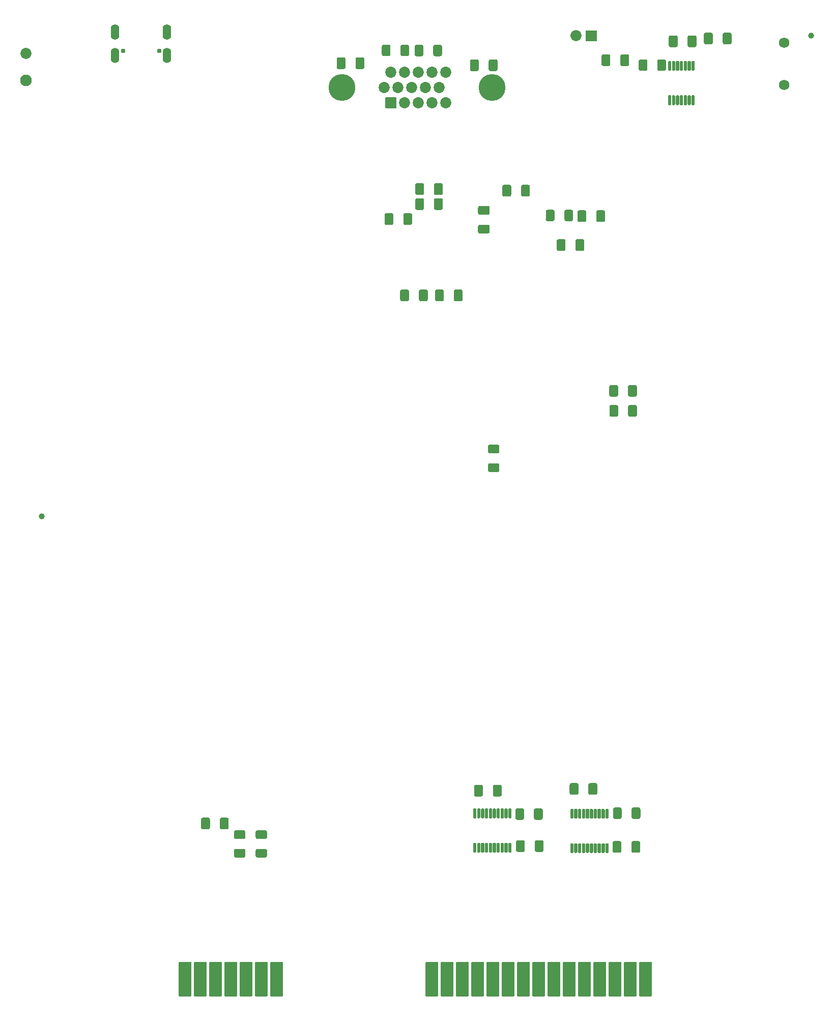
<source format=gbs>
%TF.GenerationSoftware,KiCad,Pcbnew,5.1.9+dfsg1-1+deb11u1*%
%TF.CreationDate,2025-09-17T16:16:59+02:00*%
%TF.ProjectId,VERA-MODULE-RBL,56455241-2d4d-44f4-9455-4c452d52424c,1.0*%
%TF.SameCoordinates,Original*%
%TF.FileFunction,Soldermask,Bot*%
%TF.FilePolarity,Negative*%
%FSLAX46Y46*%
G04 Gerber Fmt 4.6, Leading zero omitted, Abs format (unit mm)*
G04 Created by KiCad (PCBNEW 5.1.9+dfsg1-1+deb11u1) date 2025-09-17 16:16:59*
%MOMM*%
%LPD*%
G01*
G04 APERTURE LIST*
%ADD10O,1.404000X2.604000*%
%ADD11O,1.362000X2.520000*%
%ADD12C,0.780000*%
%ADD13C,0.750000*%
%ADD14O,1.850000X1.850000*%
%ADD15C,1.000000*%
%ADD16C,1.950000*%
%ADD17C,1.850000*%
%ADD18C,4.470000*%
%ADD19C,1.854000*%
%ADD20C,1.750000*%
G04 APERTURE END LIST*
%TO.C,U8*%
G36*
G01*
X252487500Y-55800000D02*
X252212500Y-55800000D01*
G75*
G02*
X252075000Y-55662500I0J137500D01*
G01*
X252075000Y-54312500D01*
G75*
G02*
X252212500Y-54175000I137500J0D01*
G01*
X252487500Y-54175000D01*
G75*
G02*
X252625000Y-54312500I0J-137500D01*
G01*
X252625000Y-55662500D01*
G75*
G02*
X252487500Y-55800000I-137500J0D01*
G01*
G37*
G36*
G01*
X251837500Y-55800000D02*
X251562500Y-55800000D01*
G75*
G02*
X251425000Y-55662500I0J137500D01*
G01*
X251425000Y-54312500D01*
G75*
G02*
X251562500Y-54175000I137500J0D01*
G01*
X251837500Y-54175000D01*
G75*
G02*
X251975000Y-54312500I0J-137500D01*
G01*
X251975000Y-55662500D01*
G75*
G02*
X251837500Y-55800000I-137500J0D01*
G01*
G37*
G36*
G01*
X251187500Y-55800000D02*
X250912500Y-55800000D01*
G75*
G02*
X250775000Y-55662500I0J137500D01*
G01*
X250775000Y-54312500D01*
G75*
G02*
X250912500Y-54175000I137500J0D01*
G01*
X251187500Y-54175000D01*
G75*
G02*
X251325000Y-54312500I0J-137500D01*
G01*
X251325000Y-55662500D01*
G75*
G02*
X251187500Y-55800000I-137500J0D01*
G01*
G37*
G36*
G01*
X250537500Y-55800000D02*
X250262500Y-55800000D01*
G75*
G02*
X250125000Y-55662500I0J137500D01*
G01*
X250125000Y-54312500D01*
G75*
G02*
X250262500Y-54175000I137500J0D01*
G01*
X250537500Y-54175000D01*
G75*
G02*
X250675000Y-54312500I0J-137500D01*
G01*
X250675000Y-55662500D01*
G75*
G02*
X250537500Y-55800000I-137500J0D01*
G01*
G37*
G36*
G01*
X249887500Y-55800000D02*
X249612500Y-55800000D01*
G75*
G02*
X249475000Y-55662500I0J137500D01*
G01*
X249475000Y-54312500D01*
G75*
G02*
X249612500Y-54175000I137500J0D01*
G01*
X249887500Y-54175000D01*
G75*
G02*
X250025000Y-54312500I0J-137500D01*
G01*
X250025000Y-55662500D01*
G75*
G02*
X249887500Y-55800000I-137500J0D01*
G01*
G37*
G36*
G01*
X249237500Y-55800000D02*
X248962500Y-55800000D01*
G75*
G02*
X248825000Y-55662500I0J137500D01*
G01*
X248825000Y-54312500D01*
G75*
G02*
X248962500Y-54175000I137500J0D01*
G01*
X249237500Y-54175000D01*
G75*
G02*
X249375000Y-54312500I0J-137500D01*
G01*
X249375000Y-55662500D01*
G75*
G02*
X249237500Y-55800000I-137500J0D01*
G01*
G37*
G36*
G01*
X248587500Y-55800000D02*
X248312500Y-55800000D01*
G75*
G02*
X248175000Y-55662500I0J137500D01*
G01*
X248175000Y-54312500D01*
G75*
G02*
X248312500Y-54175000I137500J0D01*
G01*
X248587500Y-54175000D01*
G75*
G02*
X248725000Y-54312500I0J-137500D01*
G01*
X248725000Y-55662500D01*
G75*
G02*
X248587500Y-55800000I-137500J0D01*
G01*
G37*
G36*
G01*
X248587500Y-61525000D02*
X248312500Y-61525000D01*
G75*
G02*
X248175000Y-61387500I0J137500D01*
G01*
X248175000Y-60037500D01*
G75*
G02*
X248312500Y-59900000I137500J0D01*
G01*
X248587500Y-59900000D01*
G75*
G02*
X248725000Y-60037500I0J-137500D01*
G01*
X248725000Y-61387500D01*
G75*
G02*
X248587500Y-61525000I-137500J0D01*
G01*
G37*
G36*
G01*
X249237500Y-61525000D02*
X248962500Y-61525000D01*
G75*
G02*
X248825000Y-61387500I0J137500D01*
G01*
X248825000Y-60037500D01*
G75*
G02*
X248962500Y-59900000I137500J0D01*
G01*
X249237500Y-59900000D01*
G75*
G02*
X249375000Y-60037500I0J-137500D01*
G01*
X249375000Y-61387500D01*
G75*
G02*
X249237500Y-61525000I-137500J0D01*
G01*
G37*
G36*
G01*
X249887500Y-61525000D02*
X249612500Y-61525000D01*
G75*
G02*
X249475000Y-61387500I0J137500D01*
G01*
X249475000Y-60037500D01*
G75*
G02*
X249612500Y-59900000I137500J0D01*
G01*
X249887500Y-59900000D01*
G75*
G02*
X250025000Y-60037500I0J-137500D01*
G01*
X250025000Y-61387500D01*
G75*
G02*
X249887500Y-61525000I-137500J0D01*
G01*
G37*
G36*
G01*
X250537500Y-61525000D02*
X250262500Y-61525000D01*
G75*
G02*
X250125000Y-61387500I0J137500D01*
G01*
X250125000Y-60037500D01*
G75*
G02*
X250262500Y-59900000I137500J0D01*
G01*
X250537500Y-59900000D01*
G75*
G02*
X250675000Y-60037500I0J-137500D01*
G01*
X250675000Y-61387500D01*
G75*
G02*
X250537500Y-61525000I-137500J0D01*
G01*
G37*
G36*
G01*
X251187500Y-61525000D02*
X250912500Y-61525000D01*
G75*
G02*
X250775000Y-61387500I0J137500D01*
G01*
X250775000Y-60037500D01*
G75*
G02*
X250912500Y-59900000I137500J0D01*
G01*
X251187500Y-59900000D01*
G75*
G02*
X251325000Y-60037500I0J-137500D01*
G01*
X251325000Y-61387500D01*
G75*
G02*
X251187500Y-61525000I-137500J0D01*
G01*
G37*
G36*
G01*
X251837500Y-61525000D02*
X251562500Y-61525000D01*
G75*
G02*
X251425000Y-61387500I0J137500D01*
G01*
X251425000Y-60037500D01*
G75*
G02*
X251562500Y-59900000I137500J0D01*
G01*
X251837500Y-59900000D01*
G75*
G02*
X251975000Y-60037500I0J-137500D01*
G01*
X251975000Y-61387500D01*
G75*
G02*
X251837500Y-61525000I-137500J0D01*
G01*
G37*
G36*
G01*
X252487500Y-61525000D02*
X252212500Y-61525000D01*
G75*
G02*
X252075000Y-61387500I0J137500D01*
G01*
X252075000Y-60037500D01*
G75*
G02*
X252212500Y-59900000I137500J0D01*
G01*
X252487500Y-59900000D01*
G75*
G02*
X252625000Y-60037500I0J-137500D01*
G01*
X252625000Y-61387500D01*
G75*
G02*
X252487500Y-61525000I-137500J0D01*
G01*
G37*
%TD*%
%TO.C,R45*%
G36*
G01*
X229275000Y-79228845D02*
X229275000Y-80571155D01*
G75*
G02*
X228996155Y-80850000I-278845J0D01*
G01*
X228103845Y-80850000D01*
G75*
G02*
X227825000Y-80571155I0J278845D01*
G01*
X227825000Y-79228845D01*
G75*
G02*
X228103845Y-78950000I278845J0D01*
G01*
X228996155Y-78950000D01*
G75*
G02*
X229275000Y-79228845I0J-278845D01*
G01*
G37*
G36*
G01*
X232375000Y-79228845D02*
X232375000Y-80571155D01*
G75*
G02*
X232096155Y-80850000I-278845J0D01*
G01*
X231203845Y-80850000D01*
G75*
G02*
X230925000Y-80571155I0J278845D01*
G01*
X230925000Y-79228845D01*
G75*
G02*
X231203845Y-78950000I278845J0D01*
G01*
X232096155Y-78950000D01*
G75*
G02*
X232375000Y-79228845I0J-278845D01*
G01*
G37*
%TD*%
%TO.C,R36*%
G36*
G01*
X181171155Y-183675000D02*
X179828845Y-183675000D01*
G75*
G02*
X179550000Y-183396155I0J278845D01*
G01*
X179550000Y-182503845D01*
G75*
G02*
X179828845Y-182225000I278845J0D01*
G01*
X181171155Y-182225000D01*
G75*
G02*
X181450000Y-182503845I0J-278845D01*
G01*
X181450000Y-183396155D01*
G75*
G02*
X181171155Y-183675000I-278845J0D01*
G01*
G37*
G36*
G01*
X181171155Y-186775000D02*
X179828845Y-186775000D01*
G75*
G02*
X179550000Y-186496155I0J278845D01*
G01*
X179550000Y-185603845D01*
G75*
G02*
X179828845Y-185325000I278845J0D01*
G01*
X181171155Y-185325000D01*
G75*
G02*
X181450000Y-185603845I0J-278845D01*
G01*
X181450000Y-186496155D01*
G75*
G02*
X181171155Y-186775000I-278845J0D01*
G01*
G37*
%TD*%
%TO.C,R35*%
G36*
G01*
X177571155Y-183675000D02*
X176228845Y-183675000D01*
G75*
G02*
X175950000Y-183396155I0J278845D01*
G01*
X175950000Y-182503845D01*
G75*
G02*
X176228845Y-182225000I278845J0D01*
G01*
X177571155Y-182225000D01*
G75*
G02*
X177850000Y-182503845I0J-278845D01*
G01*
X177850000Y-183396155D01*
G75*
G02*
X177571155Y-183675000I-278845J0D01*
G01*
G37*
G36*
G01*
X177571155Y-186775000D02*
X176228845Y-186775000D01*
G75*
G02*
X175950000Y-186496155I0J278845D01*
G01*
X175950000Y-185603845D01*
G75*
G02*
X176228845Y-185325000I278845J0D01*
G01*
X177571155Y-185325000D01*
G75*
G02*
X177850000Y-185603845I0J-278845D01*
G01*
X177850000Y-186496155D01*
G75*
G02*
X177571155Y-186775000I-278845J0D01*
G01*
G37*
%TD*%
D10*
%TO.C,J4*%
X156180000Y-49400000D03*
X164820000Y-49400000D03*
D11*
X156180000Y-53225000D03*
X164820000Y-53225000D03*
D12*
X163500000Y-52500000D03*
X157500000Y-52500000D03*
D13*
X157500000Y-52500000D03*
%TD*%
%TO.C,C35*%
G36*
G01*
X232765000Y-85516702D02*
X232765000Y-84123298D01*
G75*
G02*
X233043298Y-83845000I278298J0D01*
G01*
X233961702Y-83845000D01*
G75*
G02*
X234240000Y-84123298I0J-278298D01*
G01*
X234240000Y-85516702D01*
G75*
G02*
X233961702Y-85795000I-278298J0D01*
G01*
X233043298Y-85795000D01*
G75*
G02*
X232765000Y-85516702I0J278298D01*
G01*
G37*
G36*
G01*
X229640000Y-85516702D02*
X229640000Y-84123298D01*
G75*
G02*
X229918298Y-83845000I278298J0D01*
G01*
X230836702Y-83845000D01*
G75*
G02*
X231115000Y-84123298I0J-278298D01*
G01*
X231115000Y-85516702D01*
G75*
G02*
X230836702Y-85795000I-278298J0D01*
G01*
X229918298Y-85795000D01*
G75*
G02*
X229640000Y-85516702I0J278298D01*
G01*
G37*
%TD*%
%TO.C,C33*%
G36*
G01*
X223725000Y-76471702D02*
X223725000Y-75078298D01*
G75*
G02*
X224003298Y-74800000I278298J0D01*
G01*
X224921702Y-74800000D01*
G75*
G02*
X225200000Y-75078298I0J-278298D01*
G01*
X225200000Y-76471702D01*
G75*
G02*
X224921702Y-76750000I-278298J0D01*
G01*
X224003298Y-76750000D01*
G75*
G02*
X223725000Y-76471702I0J278298D01*
G01*
G37*
G36*
G01*
X220600000Y-76471702D02*
X220600000Y-75078298D01*
G75*
G02*
X220878298Y-74800000I278298J0D01*
G01*
X221796702Y-74800000D01*
G75*
G02*
X222075000Y-75078298I0J-278298D01*
G01*
X222075000Y-76471702D01*
G75*
G02*
X221796702Y-76750000I-278298J0D01*
G01*
X220878298Y-76750000D01*
G75*
G02*
X220600000Y-76471702I0J278298D01*
G01*
G37*
%TD*%
%TO.C,C32*%
G36*
G01*
X218221702Y-79775000D02*
X216828298Y-79775000D01*
G75*
G02*
X216550000Y-79496702I0J278298D01*
G01*
X216550000Y-78578298D01*
G75*
G02*
X216828298Y-78300000I278298J0D01*
G01*
X218221702Y-78300000D01*
G75*
G02*
X218500000Y-78578298I0J-278298D01*
G01*
X218500000Y-79496702D01*
G75*
G02*
X218221702Y-79775000I-278298J0D01*
G01*
G37*
G36*
G01*
X218221702Y-82900000D02*
X216828298Y-82900000D01*
G75*
G02*
X216550000Y-82621702I0J278298D01*
G01*
X216550000Y-81703298D01*
G75*
G02*
X216828298Y-81425000I278298J0D01*
G01*
X218221702Y-81425000D01*
G75*
G02*
X218500000Y-81703298I0J-278298D01*
G01*
X218500000Y-82621702D01*
G75*
G02*
X218221702Y-82900000I-278298J0D01*
G01*
G37*
%TD*%
%TO.C,C31*%
G36*
G01*
X236225000Y-80696702D02*
X236225000Y-79303298D01*
G75*
G02*
X236503298Y-79025000I278298J0D01*
G01*
X237421702Y-79025000D01*
G75*
G02*
X237700000Y-79303298I0J-278298D01*
G01*
X237700000Y-80696702D01*
G75*
G02*
X237421702Y-80975000I-278298J0D01*
G01*
X236503298Y-80975000D01*
G75*
G02*
X236225000Y-80696702I0J278298D01*
G01*
G37*
G36*
G01*
X233100000Y-80696702D02*
X233100000Y-79303298D01*
G75*
G02*
X233378298Y-79025000I278298J0D01*
G01*
X234296702Y-79025000D01*
G75*
G02*
X234575000Y-79303298I0J-278298D01*
G01*
X234575000Y-80696702D01*
G75*
G02*
X234296702Y-80975000I-278298J0D01*
G01*
X233378298Y-80975000D01*
G75*
G02*
X233100000Y-80696702I0J278298D01*
G01*
G37*
%TD*%
%TO.C,C29*%
G36*
G01*
X240225000Y-54746702D02*
X240225000Y-53353298D01*
G75*
G02*
X240503298Y-53075000I278298J0D01*
G01*
X241421702Y-53075000D01*
G75*
G02*
X241700000Y-53353298I0J-278298D01*
G01*
X241700000Y-54746702D01*
G75*
G02*
X241421702Y-55025000I-278298J0D01*
G01*
X240503298Y-55025000D01*
G75*
G02*
X240225000Y-54746702I0J278298D01*
G01*
G37*
G36*
G01*
X237100000Y-54746702D02*
X237100000Y-53353298D01*
G75*
G02*
X237378298Y-53075000I278298J0D01*
G01*
X238296702Y-53075000D01*
G75*
G02*
X238575000Y-53353298I0J-278298D01*
G01*
X238575000Y-54746702D01*
G75*
G02*
X238296702Y-55025000I-278298J0D01*
G01*
X237378298Y-55025000D01*
G75*
G02*
X237100000Y-54746702I0J278298D01*
G01*
G37*
%TD*%
%TO.C,C27*%
G36*
G01*
X249775000Y-50203298D02*
X249775000Y-51596702D01*
G75*
G02*
X249496702Y-51875000I-278298J0D01*
G01*
X248578298Y-51875000D01*
G75*
G02*
X248300000Y-51596702I0J278298D01*
G01*
X248300000Y-50203298D01*
G75*
G02*
X248578298Y-49925000I278298J0D01*
G01*
X249496702Y-49925000D01*
G75*
G02*
X249775000Y-50203298I0J-278298D01*
G01*
G37*
G36*
G01*
X252900000Y-50203298D02*
X252900000Y-51596702D01*
G75*
G02*
X252621702Y-51875000I-278298J0D01*
G01*
X251703298Y-51875000D01*
G75*
G02*
X251425000Y-51596702I0J278298D01*
G01*
X251425000Y-50203298D01*
G75*
G02*
X251703298Y-49925000I278298J0D01*
G01*
X252621702Y-49925000D01*
G75*
G02*
X252900000Y-50203298I0J-278298D01*
G01*
G37*
%TD*%
%TO.C,C26*%
G36*
G01*
X257275000Y-51146702D02*
X257275000Y-49753298D01*
G75*
G02*
X257553298Y-49475000I278298J0D01*
G01*
X258471702Y-49475000D01*
G75*
G02*
X258750000Y-49753298I0J-278298D01*
G01*
X258750000Y-51146702D01*
G75*
G02*
X258471702Y-51425000I-278298J0D01*
G01*
X257553298Y-51425000D01*
G75*
G02*
X257275000Y-51146702I0J278298D01*
G01*
G37*
G36*
G01*
X254150000Y-51146702D02*
X254150000Y-49753298D01*
G75*
G02*
X254428298Y-49475000I278298J0D01*
G01*
X255346702Y-49475000D01*
G75*
G02*
X255625000Y-49753298I0J-278298D01*
G01*
X255625000Y-51146702D01*
G75*
G02*
X255346702Y-51425000I-278298J0D01*
G01*
X254428298Y-51425000D01*
G75*
G02*
X254150000Y-51146702I0J278298D01*
G01*
G37*
%TD*%
%TO.C,C3*%
G36*
G01*
X207575000Y-74803298D02*
X207575000Y-76196702D01*
G75*
G02*
X207296702Y-76475000I-278298J0D01*
G01*
X206378298Y-76475000D01*
G75*
G02*
X206100000Y-76196702I0J278298D01*
G01*
X206100000Y-74803298D01*
G75*
G02*
X206378298Y-74525000I278298J0D01*
G01*
X207296702Y-74525000D01*
G75*
G02*
X207575000Y-74803298I0J-278298D01*
G01*
G37*
G36*
G01*
X210700000Y-74803298D02*
X210700000Y-76196702D01*
G75*
G02*
X210421702Y-76475000I-278298J0D01*
G01*
X209503298Y-76475000D01*
G75*
G02*
X209225000Y-76196702I0J278298D01*
G01*
X209225000Y-74803298D01*
G75*
G02*
X209503298Y-74525000I278298J0D01*
G01*
X210421702Y-74525000D01*
G75*
G02*
X210700000Y-74803298I0J-278298D01*
G01*
G37*
%TD*%
%TO.C,C6*%
G36*
G01*
X209225000Y-78696702D02*
X209225000Y-77303298D01*
G75*
G02*
X209503298Y-77025000I278298J0D01*
G01*
X210421702Y-77025000D01*
G75*
G02*
X210700000Y-77303298I0J-278298D01*
G01*
X210700000Y-78696702D01*
G75*
G02*
X210421702Y-78975000I-278298J0D01*
G01*
X209503298Y-78975000D01*
G75*
G02*
X209225000Y-78696702I0J278298D01*
G01*
G37*
G36*
G01*
X206100000Y-78696702D02*
X206100000Y-77303298D01*
G75*
G02*
X206378298Y-77025000I278298J0D01*
G01*
X207296702Y-77025000D01*
G75*
G02*
X207575000Y-77303298I0J-278298D01*
G01*
X207575000Y-78696702D01*
G75*
G02*
X207296702Y-78975000I-278298J0D01*
G01*
X206378298Y-78975000D01*
G75*
G02*
X206100000Y-78696702I0J278298D01*
G01*
G37*
%TD*%
%TO.C,C7*%
G36*
G01*
X202475000Y-79803298D02*
X202475000Y-81196702D01*
G75*
G02*
X202196702Y-81475000I-278298J0D01*
G01*
X201278298Y-81475000D01*
G75*
G02*
X201000000Y-81196702I0J278298D01*
G01*
X201000000Y-79803298D01*
G75*
G02*
X201278298Y-79525000I278298J0D01*
G01*
X202196702Y-79525000D01*
G75*
G02*
X202475000Y-79803298I0J-278298D01*
G01*
G37*
G36*
G01*
X205600000Y-79803298D02*
X205600000Y-81196702D01*
G75*
G02*
X205321702Y-81475000I-278298J0D01*
G01*
X204403298Y-81475000D01*
G75*
G02*
X204125000Y-81196702I0J278298D01*
G01*
X204125000Y-79803298D01*
G75*
G02*
X204403298Y-79525000I278298J0D01*
G01*
X205321702Y-79525000D01*
G75*
G02*
X205600000Y-79803298I0J-278298D01*
G01*
G37*
%TD*%
%TO.C,C13*%
G36*
G01*
X242990000Y-108393298D02*
X242990000Y-109786702D01*
G75*
G02*
X242711702Y-110065000I-278298J0D01*
G01*
X241793298Y-110065000D01*
G75*
G02*
X241515000Y-109786702I0J278298D01*
G01*
X241515000Y-108393298D01*
G75*
G02*
X241793298Y-108115000I278298J0D01*
G01*
X242711702Y-108115000D01*
G75*
G02*
X242990000Y-108393298I0J-278298D01*
G01*
G37*
G36*
G01*
X239865000Y-108393298D02*
X239865000Y-109786702D01*
G75*
G02*
X239586702Y-110065000I-278298J0D01*
G01*
X238668298Y-110065000D01*
G75*
G02*
X238390000Y-109786702I0J278298D01*
G01*
X238390000Y-108393298D01*
G75*
G02*
X238668298Y-108115000I278298J0D01*
G01*
X239586702Y-108115000D01*
G75*
G02*
X239865000Y-108393298I0J-278298D01*
G01*
G37*
%TD*%
%TO.C,C14*%
G36*
G01*
X243010000Y-111723298D02*
X243010000Y-113116702D01*
G75*
G02*
X242731702Y-113395000I-278298J0D01*
G01*
X241813298Y-113395000D01*
G75*
G02*
X241535000Y-113116702I0J278298D01*
G01*
X241535000Y-111723298D01*
G75*
G02*
X241813298Y-111445000I278298J0D01*
G01*
X242731702Y-111445000D01*
G75*
G02*
X243010000Y-111723298I0J-278298D01*
G01*
G37*
G36*
G01*
X239885000Y-111723298D02*
X239885000Y-113116702D01*
G75*
G02*
X239606702Y-113395000I-278298J0D01*
G01*
X238688298Y-113395000D01*
G75*
G02*
X238410000Y-113116702I0J278298D01*
G01*
X238410000Y-111723298D01*
G75*
G02*
X238688298Y-111445000I278298J0D01*
G01*
X239606702Y-111445000D01*
G75*
G02*
X239885000Y-111723298I0J-278298D01*
G01*
G37*
%TD*%
%TO.C,C53*%
G36*
G01*
X194512500Y-53853298D02*
X194512500Y-55246702D01*
G75*
G02*
X194234202Y-55525000I-278298J0D01*
G01*
X193315798Y-55525000D01*
G75*
G02*
X193037500Y-55246702I0J278298D01*
G01*
X193037500Y-53853298D01*
G75*
G02*
X193315798Y-53575000I278298J0D01*
G01*
X194234202Y-53575000D01*
G75*
G02*
X194512500Y-53853298I0J-278298D01*
G01*
G37*
G36*
G01*
X197637500Y-53853298D02*
X197637500Y-55246702D01*
G75*
G02*
X197359202Y-55525000I-278298J0D01*
G01*
X196440798Y-55525000D01*
G75*
G02*
X196162500Y-55246702I0J278298D01*
G01*
X196162500Y-53853298D01*
G75*
G02*
X196440798Y-53575000I278298J0D01*
G01*
X197359202Y-53575000D01*
G75*
G02*
X197637500Y-53853298I0J-278298D01*
G01*
G37*
%TD*%
%TO.C,C54*%
G36*
G01*
X215210000Y-55576702D02*
X215210000Y-54183298D01*
G75*
G02*
X215488298Y-53905000I278298J0D01*
G01*
X216406702Y-53905000D01*
G75*
G02*
X216685000Y-54183298I0J-278298D01*
G01*
X216685000Y-55576702D01*
G75*
G02*
X216406702Y-55855000I-278298J0D01*
G01*
X215488298Y-55855000D01*
G75*
G02*
X215210000Y-55576702I0J278298D01*
G01*
G37*
G36*
G01*
X218335000Y-55576702D02*
X218335000Y-54183298D01*
G75*
G02*
X218613298Y-53905000I278298J0D01*
G01*
X219531702Y-53905000D01*
G75*
G02*
X219810000Y-54183298I0J-278298D01*
G01*
X219810000Y-55576702D01*
G75*
G02*
X219531702Y-55855000I-278298J0D01*
G01*
X218613298Y-55855000D01*
G75*
G02*
X218335000Y-55576702I0J278298D01*
G01*
G37*
%TD*%
%TO.C,CART1*%
G36*
G01*
X243464800Y-204131000D02*
X245395200Y-204131000D01*
G75*
G02*
X245470200Y-204206000I0J-75000D01*
G01*
X245470200Y-209794000D01*
G75*
G02*
X245395200Y-209869000I-75000J0D01*
G01*
X243464800Y-209869000D01*
G75*
G02*
X243389800Y-209794000I0J75000D01*
G01*
X243389800Y-204206000D01*
G75*
G02*
X243464800Y-204131000I75000J0D01*
G01*
G37*
G36*
G01*
X240924800Y-204131000D02*
X242855200Y-204131000D01*
G75*
G02*
X242930200Y-204206000I0J-75000D01*
G01*
X242930200Y-209794000D01*
G75*
G02*
X242855200Y-209869000I-75000J0D01*
G01*
X240924800Y-209869000D01*
G75*
G02*
X240849800Y-209794000I0J75000D01*
G01*
X240849800Y-204206000D01*
G75*
G02*
X240924800Y-204131000I75000J0D01*
G01*
G37*
G36*
G01*
X238384800Y-204131000D02*
X240315200Y-204131000D01*
G75*
G02*
X240390200Y-204206000I0J-75000D01*
G01*
X240390200Y-209794000D01*
G75*
G02*
X240315200Y-209869000I-75000J0D01*
G01*
X238384800Y-209869000D01*
G75*
G02*
X238309800Y-209794000I0J75000D01*
G01*
X238309800Y-204206000D01*
G75*
G02*
X238384800Y-204131000I75000J0D01*
G01*
G37*
G36*
G01*
X235844800Y-204131000D02*
X237775200Y-204131000D01*
G75*
G02*
X237850200Y-204206000I0J-75000D01*
G01*
X237850200Y-209794000D01*
G75*
G02*
X237775200Y-209869000I-75000J0D01*
G01*
X235844800Y-209869000D01*
G75*
G02*
X235769800Y-209794000I0J75000D01*
G01*
X235769800Y-204206000D01*
G75*
G02*
X235844800Y-204131000I75000J0D01*
G01*
G37*
G36*
G01*
X233304800Y-204131000D02*
X235235200Y-204131000D01*
G75*
G02*
X235310200Y-204206000I0J-75000D01*
G01*
X235310200Y-209794000D01*
G75*
G02*
X235235200Y-209869000I-75000J0D01*
G01*
X233304800Y-209869000D01*
G75*
G02*
X233229800Y-209794000I0J75000D01*
G01*
X233229800Y-204206000D01*
G75*
G02*
X233304800Y-204131000I75000J0D01*
G01*
G37*
G36*
G01*
X230764800Y-204131000D02*
X232695200Y-204131000D01*
G75*
G02*
X232770200Y-204206000I0J-75000D01*
G01*
X232770200Y-209794000D01*
G75*
G02*
X232695200Y-209869000I-75000J0D01*
G01*
X230764800Y-209869000D01*
G75*
G02*
X230689800Y-209794000I0J75000D01*
G01*
X230689800Y-204206000D01*
G75*
G02*
X230764800Y-204131000I75000J0D01*
G01*
G37*
G36*
G01*
X228224800Y-204131000D02*
X230155200Y-204131000D01*
G75*
G02*
X230230200Y-204206000I0J-75000D01*
G01*
X230230200Y-209794000D01*
G75*
G02*
X230155200Y-209869000I-75000J0D01*
G01*
X228224800Y-209869000D01*
G75*
G02*
X228149800Y-209794000I0J75000D01*
G01*
X228149800Y-204206000D01*
G75*
G02*
X228224800Y-204131000I75000J0D01*
G01*
G37*
G36*
G01*
X225684800Y-204131000D02*
X227615200Y-204131000D01*
G75*
G02*
X227690200Y-204206000I0J-75000D01*
G01*
X227690200Y-209794000D01*
G75*
G02*
X227615200Y-209869000I-75000J0D01*
G01*
X225684800Y-209869000D01*
G75*
G02*
X225609800Y-209794000I0J75000D01*
G01*
X225609800Y-204206000D01*
G75*
G02*
X225684800Y-204131000I75000J0D01*
G01*
G37*
G36*
G01*
X223144800Y-204131000D02*
X225075200Y-204131000D01*
G75*
G02*
X225150200Y-204206000I0J-75000D01*
G01*
X225150200Y-209794000D01*
G75*
G02*
X225075200Y-209869000I-75000J0D01*
G01*
X223144800Y-209869000D01*
G75*
G02*
X223069800Y-209794000I0J75000D01*
G01*
X223069800Y-204206000D01*
G75*
G02*
X223144800Y-204131000I75000J0D01*
G01*
G37*
G36*
G01*
X220604800Y-204131000D02*
X222535200Y-204131000D01*
G75*
G02*
X222610200Y-204206000I0J-75000D01*
G01*
X222610200Y-209794000D01*
G75*
G02*
X222535200Y-209869000I-75000J0D01*
G01*
X220604800Y-209869000D01*
G75*
G02*
X220529800Y-209794000I0J75000D01*
G01*
X220529800Y-204206000D01*
G75*
G02*
X220604800Y-204131000I75000J0D01*
G01*
G37*
G36*
G01*
X218064800Y-204131000D02*
X219995200Y-204131000D01*
G75*
G02*
X220070200Y-204206000I0J-75000D01*
G01*
X220070200Y-209794000D01*
G75*
G02*
X219995200Y-209869000I-75000J0D01*
G01*
X218064800Y-209869000D01*
G75*
G02*
X217989800Y-209794000I0J75000D01*
G01*
X217989800Y-204206000D01*
G75*
G02*
X218064800Y-204131000I75000J0D01*
G01*
G37*
G36*
G01*
X215524800Y-204131000D02*
X217455200Y-204131000D01*
G75*
G02*
X217530200Y-204206000I0J-75000D01*
G01*
X217530200Y-209794000D01*
G75*
G02*
X217455200Y-209869000I-75000J0D01*
G01*
X215524800Y-209869000D01*
G75*
G02*
X215449800Y-209794000I0J75000D01*
G01*
X215449800Y-204206000D01*
G75*
G02*
X215524800Y-204131000I75000J0D01*
G01*
G37*
G36*
G01*
X212984800Y-204131000D02*
X214915200Y-204131000D01*
G75*
G02*
X214990200Y-204206000I0J-75000D01*
G01*
X214990200Y-209794000D01*
G75*
G02*
X214915200Y-209869000I-75000J0D01*
G01*
X212984800Y-209869000D01*
G75*
G02*
X212909800Y-209794000I0J75000D01*
G01*
X212909800Y-204206000D01*
G75*
G02*
X212984800Y-204131000I75000J0D01*
G01*
G37*
G36*
G01*
X210444800Y-204131000D02*
X212375200Y-204131000D01*
G75*
G02*
X212450200Y-204206000I0J-75000D01*
G01*
X212450200Y-209794000D01*
G75*
G02*
X212375200Y-209869000I-75000J0D01*
G01*
X210444800Y-209869000D01*
G75*
G02*
X210369800Y-209794000I0J75000D01*
G01*
X210369800Y-204206000D01*
G75*
G02*
X210444800Y-204131000I75000J0D01*
G01*
G37*
G36*
G01*
X207904800Y-204131000D02*
X209835200Y-204131000D01*
G75*
G02*
X209910200Y-204206000I0J-75000D01*
G01*
X209910200Y-209794000D01*
G75*
G02*
X209835200Y-209869000I-75000J0D01*
G01*
X207904800Y-209869000D01*
G75*
G02*
X207829800Y-209794000I0J75000D01*
G01*
X207829800Y-204206000D01*
G75*
G02*
X207904800Y-204131000I75000J0D01*
G01*
G37*
%TD*%
%TO.C,ECI1*%
G36*
G01*
X182074800Y-204131000D02*
X184005200Y-204131000D01*
G75*
G02*
X184080200Y-204206000I0J-75000D01*
G01*
X184080200Y-209794000D01*
G75*
G02*
X184005200Y-209869000I-75000J0D01*
G01*
X182074800Y-209869000D01*
G75*
G02*
X181999800Y-209794000I0J75000D01*
G01*
X181999800Y-204206000D01*
G75*
G02*
X182074800Y-204131000I75000J0D01*
G01*
G37*
G36*
G01*
X179534800Y-204131000D02*
X181465200Y-204131000D01*
G75*
G02*
X181540200Y-204206000I0J-75000D01*
G01*
X181540200Y-209794000D01*
G75*
G02*
X181465200Y-209869000I-75000J0D01*
G01*
X179534800Y-209869000D01*
G75*
G02*
X179459800Y-209794000I0J75000D01*
G01*
X179459800Y-204206000D01*
G75*
G02*
X179534800Y-204131000I75000J0D01*
G01*
G37*
G36*
G01*
X176994800Y-204131000D02*
X178925200Y-204131000D01*
G75*
G02*
X179000200Y-204206000I0J-75000D01*
G01*
X179000200Y-209794000D01*
G75*
G02*
X178925200Y-209869000I-75000J0D01*
G01*
X176994800Y-209869000D01*
G75*
G02*
X176919800Y-209794000I0J75000D01*
G01*
X176919800Y-204206000D01*
G75*
G02*
X176994800Y-204131000I75000J0D01*
G01*
G37*
G36*
G01*
X174454800Y-204131000D02*
X176385200Y-204131000D01*
G75*
G02*
X176460200Y-204206000I0J-75000D01*
G01*
X176460200Y-209794000D01*
G75*
G02*
X176385200Y-209869000I-75000J0D01*
G01*
X174454800Y-209869000D01*
G75*
G02*
X174379800Y-209794000I0J75000D01*
G01*
X174379800Y-204206000D01*
G75*
G02*
X174454800Y-204131000I75000J0D01*
G01*
G37*
G36*
G01*
X171914800Y-204131000D02*
X173845200Y-204131000D01*
G75*
G02*
X173920200Y-204206000I0J-75000D01*
G01*
X173920200Y-209794000D01*
G75*
G02*
X173845200Y-209869000I-75000J0D01*
G01*
X171914800Y-209869000D01*
G75*
G02*
X171839800Y-209794000I0J75000D01*
G01*
X171839800Y-204206000D01*
G75*
G02*
X171914800Y-204131000I75000J0D01*
G01*
G37*
G36*
G01*
X169374800Y-204131000D02*
X171305200Y-204131000D01*
G75*
G02*
X171380200Y-204206000I0J-75000D01*
G01*
X171380200Y-209794000D01*
G75*
G02*
X171305200Y-209869000I-75000J0D01*
G01*
X169374800Y-209869000D01*
G75*
G02*
X169299800Y-209794000I0J75000D01*
G01*
X169299800Y-204206000D01*
G75*
G02*
X169374800Y-204131000I75000J0D01*
G01*
G37*
G36*
G01*
X166834800Y-204131000D02*
X168765200Y-204131000D01*
G75*
G02*
X168840200Y-204206000I0J-75000D01*
G01*
X168840200Y-209794000D01*
G75*
G02*
X168765200Y-209869000I-75000J0D01*
G01*
X166834800Y-209869000D01*
G75*
G02*
X166759800Y-209794000I0J75000D01*
G01*
X166759800Y-204206000D01*
G75*
G02*
X166834800Y-204131000I75000J0D01*
G01*
G37*
%TD*%
%TO.C,JP2*%
G36*
G01*
X234550000Y-49075000D02*
X236250000Y-49075000D01*
G75*
G02*
X236325000Y-49150000I0J-75000D01*
G01*
X236325000Y-50850000D01*
G75*
G02*
X236250000Y-50925000I-75000J0D01*
G01*
X234550000Y-50925000D01*
G75*
G02*
X234475000Y-50850000I0J75000D01*
G01*
X234475000Y-49150000D01*
G75*
G02*
X234550000Y-49075000I75000J0D01*
G01*
G37*
D14*
X232860000Y-50000000D03*
%TD*%
%TO.C,R29*%
G36*
G01*
X210555000Y-51768845D02*
X210555000Y-53111155D01*
G75*
G02*
X210276155Y-53390000I-278845J0D01*
G01*
X209383845Y-53390000D01*
G75*
G02*
X209105000Y-53111155I0J278845D01*
G01*
X209105000Y-51768845D01*
G75*
G02*
X209383845Y-51490000I278845J0D01*
G01*
X210276155Y-51490000D01*
G75*
G02*
X210555000Y-51768845I0J-278845D01*
G01*
G37*
G36*
G01*
X207455000Y-51768845D02*
X207455000Y-53111155D01*
G75*
G02*
X207176155Y-53390000I-278845J0D01*
G01*
X206283845Y-53390000D01*
G75*
G02*
X206005000Y-53111155I0J278845D01*
G01*
X206005000Y-51768845D01*
G75*
G02*
X206283845Y-51490000I278845J0D01*
G01*
X207176155Y-51490000D01*
G75*
G02*
X207455000Y-51768845I0J-278845D01*
G01*
G37*
%TD*%
%TO.C,R30*%
G36*
G01*
X201995000Y-51748845D02*
X201995000Y-53091155D01*
G75*
G02*
X201716155Y-53370000I-278845J0D01*
G01*
X200823845Y-53370000D01*
G75*
G02*
X200545000Y-53091155I0J278845D01*
G01*
X200545000Y-51748845D01*
G75*
G02*
X200823845Y-51470000I278845J0D01*
G01*
X201716155Y-51470000D01*
G75*
G02*
X201995000Y-51748845I0J-278845D01*
G01*
G37*
G36*
G01*
X205095000Y-51748845D02*
X205095000Y-53091155D01*
G75*
G02*
X204816155Y-53370000I-278845J0D01*
G01*
X203923845Y-53370000D01*
G75*
G02*
X203645000Y-53091155I0J278845D01*
G01*
X203645000Y-51748845D01*
G75*
G02*
X203923845Y-51470000I278845J0D01*
G01*
X204816155Y-51470000D01*
G75*
G02*
X205095000Y-51748845I0J-278845D01*
G01*
G37*
%TD*%
%TO.C,R42*%
G36*
G01*
X247845000Y-54198845D02*
X247845000Y-55541155D01*
G75*
G02*
X247566155Y-55820000I-278845J0D01*
G01*
X246673845Y-55820000D01*
G75*
G02*
X246395000Y-55541155I0J278845D01*
G01*
X246395000Y-54198845D01*
G75*
G02*
X246673845Y-53920000I278845J0D01*
G01*
X247566155Y-53920000D01*
G75*
G02*
X247845000Y-54198845I0J-278845D01*
G01*
G37*
G36*
G01*
X244745000Y-54198845D02*
X244745000Y-55541155D01*
G75*
G02*
X244466155Y-55820000I-278845J0D01*
G01*
X243573845Y-55820000D01*
G75*
G02*
X243295000Y-55541155I0J278845D01*
G01*
X243295000Y-54198845D01*
G75*
G02*
X243573845Y-53920000I278845J0D01*
G01*
X244466155Y-53920000D01*
G75*
G02*
X244745000Y-54198845I0J-278845D01*
G01*
G37*
%TD*%
%TO.C,C59*%
G36*
G01*
X206725000Y-93896702D02*
X206725000Y-92503298D01*
G75*
G02*
X207003298Y-92225000I278298J0D01*
G01*
X207921702Y-92225000D01*
G75*
G02*
X208200000Y-92503298I0J-278298D01*
G01*
X208200000Y-93896702D01*
G75*
G02*
X207921702Y-94175000I-278298J0D01*
G01*
X207003298Y-94175000D01*
G75*
G02*
X206725000Y-93896702I0J278298D01*
G01*
G37*
G36*
G01*
X203600000Y-93896702D02*
X203600000Y-92503298D01*
G75*
G02*
X203878298Y-92225000I278298J0D01*
G01*
X204796702Y-92225000D01*
G75*
G02*
X205075000Y-92503298I0J-278298D01*
G01*
X205075000Y-93896702D01*
G75*
G02*
X204796702Y-94175000I-278298J0D01*
G01*
X203878298Y-94175000D01*
G75*
G02*
X203600000Y-93896702I0J278298D01*
G01*
G37*
%TD*%
%TO.C,C60*%
G36*
G01*
X209400000Y-93896702D02*
X209400000Y-92503298D01*
G75*
G02*
X209678298Y-92225000I278298J0D01*
G01*
X210596702Y-92225000D01*
G75*
G02*
X210875000Y-92503298I0J-278298D01*
G01*
X210875000Y-93896702D01*
G75*
G02*
X210596702Y-94175000I-278298J0D01*
G01*
X209678298Y-94175000D01*
G75*
G02*
X209400000Y-93896702I0J278298D01*
G01*
G37*
G36*
G01*
X212525000Y-93896702D02*
X212525000Y-92503298D01*
G75*
G02*
X212803298Y-92225000I278298J0D01*
G01*
X213721702Y-92225000D01*
G75*
G02*
X214000000Y-92503298I0J-278298D01*
G01*
X214000000Y-93896702D01*
G75*
G02*
X213721702Y-94175000I-278298J0D01*
G01*
X212803298Y-94175000D01*
G75*
G02*
X212525000Y-93896702I0J278298D01*
G01*
G37*
%TD*%
%TO.C,C1*%
G36*
G01*
X238950000Y-185696702D02*
X238950000Y-184303298D01*
G75*
G02*
X239228298Y-184025000I278298J0D01*
G01*
X240146702Y-184025000D01*
G75*
G02*
X240425000Y-184303298I0J-278298D01*
G01*
X240425000Y-185696702D01*
G75*
G02*
X240146702Y-185975000I-278298J0D01*
G01*
X239228298Y-185975000D01*
G75*
G02*
X238950000Y-185696702I0J278298D01*
G01*
G37*
G36*
G01*
X242075000Y-185696702D02*
X242075000Y-184303298D01*
G75*
G02*
X242353298Y-184025000I278298J0D01*
G01*
X243271702Y-184025000D01*
G75*
G02*
X243550000Y-184303298I0J-278298D01*
G01*
X243550000Y-185696702D01*
G75*
G02*
X243271702Y-185975000I-278298J0D01*
G01*
X242353298Y-185975000D01*
G75*
G02*
X242075000Y-185696702I0J278298D01*
G01*
G37*
%TD*%
%TO.C,C11*%
G36*
G01*
X222875000Y-185546702D02*
X222875000Y-184153298D01*
G75*
G02*
X223153298Y-183875000I278298J0D01*
G01*
X224071702Y-183875000D01*
G75*
G02*
X224350000Y-184153298I0J-278298D01*
G01*
X224350000Y-185546702D01*
G75*
G02*
X224071702Y-185825000I-278298J0D01*
G01*
X223153298Y-185825000D01*
G75*
G02*
X222875000Y-185546702I0J278298D01*
G01*
G37*
G36*
G01*
X226000000Y-185546702D02*
X226000000Y-184153298D01*
G75*
G02*
X226278298Y-183875000I278298J0D01*
G01*
X227196702Y-183875000D01*
G75*
G02*
X227475000Y-184153298I0J-278298D01*
G01*
X227475000Y-185546702D01*
G75*
G02*
X227196702Y-185825000I-278298J0D01*
G01*
X226278298Y-185825000D01*
G75*
G02*
X226000000Y-185546702I0J278298D01*
G01*
G37*
%TD*%
%TO.C,C55*%
G36*
G01*
X234925000Y-176046702D02*
X234925000Y-174653298D01*
G75*
G02*
X235203298Y-174375000I278298J0D01*
G01*
X236121702Y-174375000D01*
G75*
G02*
X236400000Y-174653298I0J-278298D01*
G01*
X236400000Y-176046702D01*
G75*
G02*
X236121702Y-176325000I-278298J0D01*
G01*
X235203298Y-176325000D01*
G75*
G02*
X234925000Y-176046702I0J278298D01*
G01*
G37*
G36*
G01*
X231800000Y-176046702D02*
X231800000Y-174653298D01*
G75*
G02*
X232078298Y-174375000I278298J0D01*
G01*
X232996702Y-174375000D01*
G75*
G02*
X233275000Y-174653298I0J-278298D01*
G01*
X233275000Y-176046702D01*
G75*
G02*
X232996702Y-176325000I-278298J0D01*
G01*
X232078298Y-176325000D01*
G75*
G02*
X231800000Y-176046702I0J278298D01*
G01*
G37*
%TD*%
%TO.C,C56*%
G36*
G01*
X170475000Y-181796702D02*
X170475000Y-180403298D01*
G75*
G02*
X170753298Y-180125000I278298J0D01*
G01*
X171671702Y-180125000D01*
G75*
G02*
X171950000Y-180403298I0J-278298D01*
G01*
X171950000Y-181796702D01*
G75*
G02*
X171671702Y-182075000I-278298J0D01*
G01*
X170753298Y-182075000D01*
G75*
G02*
X170475000Y-181796702I0J278298D01*
G01*
G37*
G36*
G01*
X173600000Y-181796702D02*
X173600000Y-180403298D01*
G75*
G02*
X173878298Y-180125000I278298J0D01*
G01*
X174796702Y-180125000D01*
G75*
G02*
X175075000Y-180403298I0J-278298D01*
G01*
X175075000Y-181796702D01*
G75*
G02*
X174796702Y-182075000I-278298J0D01*
G01*
X173878298Y-182075000D01*
G75*
G02*
X173600000Y-181796702I0J278298D01*
G01*
G37*
%TD*%
%TO.C,C58*%
G36*
G01*
X217375000Y-174928298D02*
X217375000Y-176321702D01*
G75*
G02*
X217096702Y-176600000I-278298J0D01*
G01*
X216178298Y-176600000D01*
G75*
G02*
X215900000Y-176321702I0J278298D01*
G01*
X215900000Y-174928298D01*
G75*
G02*
X216178298Y-174650000I278298J0D01*
G01*
X217096702Y-174650000D01*
G75*
G02*
X217375000Y-174928298I0J-278298D01*
G01*
G37*
G36*
G01*
X220500000Y-174928298D02*
X220500000Y-176321702D01*
G75*
G02*
X220221702Y-176600000I-278298J0D01*
G01*
X219303298Y-176600000D01*
G75*
G02*
X219025000Y-176321702I0J278298D01*
G01*
X219025000Y-174928298D01*
G75*
G02*
X219303298Y-174650000I278298J0D01*
G01*
X220221702Y-174650000D01*
G75*
G02*
X220500000Y-174928298I0J-278298D01*
G01*
G37*
%TD*%
%TO.C,R6*%
G36*
G01*
X243575000Y-178703845D02*
X243575000Y-180046155D01*
G75*
G02*
X243296155Y-180325000I-278845J0D01*
G01*
X242403845Y-180325000D01*
G75*
G02*
X242125000Y-180046155I0J278845D01*
G01*
X242125000Y-178703845D01*
G75*
G02*
X242403845Y-178425000I278845J0D01*
G01*
X243296155Y-178425000D01*
G75*
G02*
X243575000Y-178703845I0J-278845D01*
G01*
G37*
G36*
G01*
X240475000Y-178703845D02*
X240475000Y-180046155D01*
G75*
G02*
X240196155Y-180325000I-278845J0D01*
G01*
X239303845Y-180325000D01*
G75*
G02*
X239025000Y-180046155I0J278845D01*
G01*
X239025000Y-178703845D01*
G75*
G02*
X239303845Y-178425000I278845J0D01*
G01*
X240196155Y-178425000D01*
G75*
G02*
X240475000Y-178703845I0J-278845D01*
G01*
G37*
%TD*%
%TO.C,R66*%
G36*
G01*
X227325000Y-178858845D02*
X227325000Y-180201155D01*
G75*
G02*
X227046155Y-180480000I-278845J0D01*
G01*
X226153845Y-180480000D01*
G75*
G02*
X225875000Y-180201155I0J278845D01*
G01*
X225875000Y-178858845D01*
G75*
G02*
X226153845Y-178580000I278845J0D01*
G01*
X227046155Y-178580000D01*
G75*
G02*
X227325000Y-178858845I0J-278845D01*
G01*
G37*
G36*
G01*
X224225000Y-178858845D02*
X224225000Y-180201155D01*
G75*
G02*
X223946155Y-180480000I-278845J0D01*
G01*
X223053845Y-180480000D01*
G75*
G02*
X222775000Y-180201155I0J278845D01*
G01*
X222775000Y-178858845D01*
G75*
G02*
X223053845Y-178580000I278845J0D01*
G01*
X223946155Y-178580000D01*
G75*
G02*
X224225000Y-178858845I0J-278845D01*
G01*
G37*
%TD*%
%TO.C,U3*%
G36*
G01*
X232037500Y-178650000D02*
X232312500Y-178650000D01*
G75*
G02*
X232450000Y-178787500I0J-137500D01*
G01*
X232450000Y-180137500D01*
G75*
G02*
X232312500Y-180275000I-137500J0D01*
G01*
X232037500Y-180275000D01*
G75*
G02*
X231900000Y-180137500I0J137500D01*
G01*
X231900000Y-178787500D01*
G75*
G02*
X232037500Y-178650000I137500J0D01*
G01*
G37*
G36*
G01*
X232687500Y-178650000D02*
X232962500Y-178650000D01*
G75*
G02*
X233100000Y-178787500I0J-137500D01*
G01*
X233100000Y-180137500D01*
G75*
G02*
X232962500Y-180275000I-137500J0D01*
G01*
X232687500Y-180275000D01*
G75*
G02*
X232550000Y-180137500I0J137500D01*
G01*
X232550000Y-178787500D01*
G75*
G02*
X232687500Y-178650000I137500J0D01*
G01*
G37*
G36*
G01*
X233337500Y-178650000D02*
X233612500Y-178650000D01*
G75*
G02*
X233750000Y-178787500I0J-137500D01*
G01*
X233750000Y-180137500D01*
G75*
G02*
X233612500Y-180275000I-137500J0D01*
G01*
X233337500Y-180275000D01*
G75*
G02*
X233200000Y-180137500I0J137500D01*
G01*
X233200000Y-178787500D01*
G75*
G02*
X233337500Y-178650000I137500J0D01*
G01*
G37*
G36*
G01*
X233987500Y-178650000D02*
X234262500Y-178650000D01*
G75*
G02*
X234400000Y-178787500I0J-137500D01*
G01*
X234400000Y-180137500D01*
G75*
G02*
X234262500Y-180275000I-137500J0D01*
G01*
X233987500Y-180275000D01*
G75*
G02*
X233850000Y-180137500I0J137500D01*
G01*
X233850000Y-178787500D01*
G75*
G02*
X233987500Y-178650000I137500J0D01*
G01*
G37*
G36*
G01*
X234637500Y-178650000D02*
X234912500Y-178650000D01*
G75*
G02*
X235050000Y-178787500I0J-137500D01*
G01*
X235050000Y-180137500D01*
G75*
G02*
X234912500Y-180275000I-137500J0D01*
G01*
X234637500Y-180275000D01*
G75*
G02*
X234500000Y-180137500I0J137500D01*
G01*
X234500000Y-178787500D01*
G75*
G02*
X234637500Y-178650000I137500J0D01*
G01*
G37*
G36*
G01*
X235287500Y-178650000D02*
X235562500Y-178650000D01*
G75*
G02*
X235700000Y-178787500I0J-137500D01*
G01*
X235700000Y-180137500D01*
G75*
G02*
X235562500Y-180275000I-137500J0D01*
G01*
X235287500Y-180275000D01*
G75*
G02*
X235150000Y-180137500I0J137500D01*
G01*
X235150000Y-178787500D01*
G75*
G02*
X235287500Y-178650000I137500J0D01*
G01*
G37*
G36*
G01*
X235937500Y-178650000D02*
X236212500Y-178650000D01*
G75*
G02*
X236350000Y-178787500I0J-137500D01*
G01*
X236350000Y-180137500D01*
G75*
G02*
X236212500Y-180275000I-137500J0D01*
G01*
X235937500Y-180275000D01*
G75*
G02*
X235800000Y-180137500I0J137500D01*
G01*
X235800000Y-178787500D01*
G75*
G02*
X235937500Y-178650000I137500J0D01*
G01*
G37*
G36*
G01*
X236587500Y-178650000D02*
X236862500Y-178650000D01*
G75*
G02*
X237000000Y-178787500I0J-137500D01*
G01*
X237000000Y-180137500D01*
G75*
G02*
X236862500Y-180275000I-137500J0D01*
G01*
X236587500Y-180275000D01*
G75*
G02*
X236450000Y-180137500I0J137500D01*
G01*
X236450000Y-178787500D01*
G75*
G02*
X236587500Y-178650000I137500J0D01*
G01*
G37*
G36*
G01*
X237237500Y-178650000D02*
X237512500Y-178650000D01*
G75*
G02*
X237650000Y-178787500I0J-137500D01*
G01*
X237650000Y-180137500D01*
G75*
G02*
X237512500Y-180275000I-137500J0D01*
G01*
X237237500Y-180275000D01*
G75*
G02*
X237100000Y-180137500I0J137500D01*
G01*
X237100000Y-178787500D01*
G75*
G02*
X237237500Y-178650000I137500J0D01*
G01*
G37*
G36*
G01*
X237887500Y-178650000D02*
X238162500Y-178650000D01*
G75*
G02*
X238300000Y-178787500I0J-137500D01*
G01*
X238300000Y-180137500D01*
G75*
G02*
X238162500Y-180275000I-137500J0D01*
G01*
X237887500Y-180275000D01*
G75*
G02*
X237750000Y-180137500I0J137500D01*
G01*
X237750000Y-178787500D01*
G75*
G02*
X237887500Y-178650000I137500J0D01*
G01*
G37*
G36*
G01*
X237887500Y-184375000D02*
X238162500Y-184375000D01*
G75*
G02*
X238300000Y-184512500I0J-137500D01*
G01*
X238300000Y-185862500D01*
G75*
G02*
X238162500Y-186000000I-137500J0D01*
G01*
X237887500Y-186000000D01*
G75*
G02*
X237750000Y-185862500I0J137500D01*
G01*
X237750000Y-184512500D01*
G75*
G02*
X237887500Y-184375000I137500J0D01*
G01*
G37*
G36*
G01*
X237237500Y-184375000D02*
X237512500Y-184375000D01*
G75*
G02*
X237650000Y-184512500I0J-137500D01*
G01*
X237650000Y-185862500D01*
G75*
G02*
X237512500Y-186000000I-137500J0D01*
G01*
X237237500Y-186000000D01*
G75*
G02*
X237100000Y-185862500I0J137500D01*
G01*
X237100000Y-184512500D01*
G75*
G02*
X237237500Y-184375000I137500J0D01*
G01*
G37*
G36*
G01*
X236587500Y-184375000D02*
X236862500Y-184375000D01*
G75*
G02*
X237000000Y-184512500I0J-137500D01*
G01*
X237000000Y-185862500D01*
G75*
G02*
X236862500Y-186000000I-137500J0D01*
G01*
X236587500Y-186000000D01*
G75*
G02*
X236450000Y-185862500I0J137500D01*
G01*
X236450000Y-184512500D01*
G75*
G02*
X236587500Y-184375000I137500J0D01*
G01*
G37*
G36*
G01*
X235937500Y-184375000D02*
X236212500Y-184375000D01*
G75*
G02*
X236350000Y-184512500I0J-137500D01*
G01*
X236350000Y-185862500D01*
G75*
G02*
X236212500Y-186000000I-137500J0D01*
G01*
X235937500Y-186000000D01*
G75*
G02*
X235800000Y-185862500I0J137500D01*
G01*
X235800000Y-184512500D01*
G75*
G02*
X235937500Y-184375000I137500J0D01*
G01*
G37*
G36*
G01*
X235287500Y-184375000D02*
X235562500Y-184375000D01*
G75*
G02*
X235700000Y-184512500I0J-137500D01*
G01*
X235700000Y-185862500D01*
G75*
G02*
X235562500Y-186000000I-137500J0D01*
G01*
X235287500Y-186000000D01*
G75*
G02*
X235150000Y-185862500I0J137500D01*
G01*
X235150000Y-184512500D01*
G75*
G02*
X235287500Y-184375000I137500J0D01*
G01*
G37*
G36*
G01*
X234637500Y-184375000D02*
X234912500Y-184375000D01*
G75*
G02*
X235050000Y-184512500I0J-137500D01*
G01*
X235050000Y-185862500D01*
G75*
G02*
X234912500Y-186000000I-137500J0D01*
G01*
X234637500Y-186000000D01*
G75*
G02*
X234500000Y-185862500I0J137500D01*
G01*
X234500000Y-184512500D01*
G75*
G02*
X234637500Y-184375000I137500J0D01*
G01*
G37*
G36*
G01*
X233987500Y-184375000D02*
X234262500Y-184375000D01*
G75*
G02*
X234400000Y-184512500I0J-137500D01*
G01*
X234400000Y-185862500D01*
G75*
G02*
X234262500Y-186000000I-137500J0D01*
G01*
X233987500Y-186000000D01*
G75*
G02*
X233850000Y-185862500I0J137500D01*
G01*
X233850000Y-184512500D01*
G75*
G02*
X233987500Y-184375000I137500J0D01*
G01*
G37*
G36*
G01*
X233337500Y-184375000D02*
X233612500Y-184375000D01*
G75*
G02*
X233750000Y-184512500I0J-137500D01*
G01*
X233750000Y-185862500D01*
G75*
G02*
X233612500Y-186000000I-137500J0D01*
G01*
X233337500Y-186000000D01*
G75*
G02*
X233200000Y-185862500I0J137500D01*
G01*
X233200000Y-184512500D01*
G75*
G02*
X233337500Y-184375000I137500J0D01*
G01*
G37*
G36*
G01*
X232687500Y-184375000D02*
X232962500Y-184375000D01*
G75*
G02*
X233100000Y-184512500I0J-137500D01*
G01*
X233100000Y-185862500D01*
G75*
G02*
X232962500Y-186000000I-137500J0D01*
G01*
X232687500Y-186000000D01*
G75*
G02*
X232550000Y-185862500I0J137500D01*
G01*
X232550000Y-184512500D01*
G75*
G02*
X232687500Y-184375000I137500J0D01*
G01*
G37*
G36*
G01*
X232037500Y-184375000D02*
X232312500Y-184375000D01*
G75*
G02*
X232450000Y-184512500I0J-137500D01*
G01*
X232450000Y-185862500D01*
G75*
G02*
X232312500Y-186000000I-137500J0D01*
G01*
X232037500Y-186000000D01*
G75*
G02*
X231900000Y-185862500I0J137500D01*
G01*
X231900000Y-184512500D01*
G75*
G02*
X232037500Y-184375000I137500J0D01*
G01*
G37*
%TD*%
%TO.C,U16*%
G36*
G01*
X215887500Y-178600000D02*
X216162500Y-178600000D01*
G75*
G02*
X216300000Y-178737500I0J-137500D01*
G01*
X216300000Y-180087500D01*
G75*
G02*
X216162500Y-180225000I-137500J0D01*
G01*
X215887500Y-180225000D01*
G75*
G02*
X215750000Y-180087500I0J137500D01*
G01*
X215750000Y-178737500D01*
G75*
G02*
X215887500Y-178600000I137500J0D01*
G01*
G37*
G36*
G01*
X216537500Y-178600000D02*
X216812500Y-178600000D01*
G75*
G02*
X216950000Y-178737500I0J-137500D01*
G01*
X216950000Y-180087500D01*
G75*
G02*
X216812500Y-180225000I-137500J0D01*
G01*
X216537500Y-180225000D01*
G75*
G02*
X216400000Y-180087500I0J137500D01*
G01*
X216400000Y-178737500D01*
G75*
G02*
X216537500Y-178600000I137500J0D01*
G01*
G37*
G36*
G01*
X217187500Y-178600000D02*
X217462500Y-178600000D01*
G75*
G02*
X217600000Y-178737500I0J-137500D01*
G01*
X217600000Y-180087500D01*
G75*
G02*
X217462500Y-180225000I-137500J0D01*
G01*
X217187500Y-180225000D01*
G75*
G02*
X217050000Y-180087500I0J137500D01*
G01*
X217050000Y-178737500D01*
G75*
G02*
X217187500Y-178600000I137500J0D01*
G01*
G37*
G36*
G01*
X217837500Y-178600000D02*
X218112500Y-178600000D01*
G75*
G02*
X218250000Y-178737500I0J-137500D01*
G01*
X218250000Y-180087500D01*
G75*
G02*
X218112500Y-180225000I-137500J0D01*
G01*
X217837500Y-180225000D01*
G75*
G02*
X217700000Y-180087500I0J137500D01*
G01*
X217700000Y-178737500D01*
G75*
G02*
X217837500Y-178600000I137500J0D01*
G01*
G37*
G36*
G01*
X218487500Y-178600000D02*
X218762500Y-178600000D01*
G75*
G02*
X218900000Y-178737500I0J-137500D01*
G01*
X218900000Y-180087500D01*
G75*
G02*
X218762500Y-180225000I-137500J0D01*
G01*
X218487500Y-180225000D01*
G75*
G02*
X218350000Y-180087500I0J137500D01*
G01*
X218350000Y-178737500D01*
G75*
G02*
X218487500Y-178600000I137500J0D01*
G01*
G37*
G36*
G01*
X219137500Y-178600000D02*
X219412500Y-178600000D01*
G75*
G02*
X219550000Y-178737500I0J-137500D01*
G01*
X219550000Y-180087500D01*
G75*
G02*
X219412500Y-180225000I-137500J0D01*
G01*
X219137500Y-180225000D01*
G75*
G02*
X219000000Y-180087500I0J137500D01*
G01*
X219000000Y-178737500D01*
G75*
G02*
X219137500Y-178600000I137500J0D01*
G01*
G37*
G36*
G01*
X219787500Y-178600000D02*
X220062500Y-178600000D01*
G75*
G02*
X220200000Y-178737500I0J-137500D01*
G01*
X220200000Y-180087500D01*
G75*
G02*
X220062500Y-180225000I-137500J0D01*
G01*
X219787500Y-180225000D01*
G75*
G02*
X219650000Y-180087500I0J137500D01*
G01*
X219650000Y-178737500D01*
G75*
G02*
X219787500Y-178600000I137500J0D01*
G01*
G37*
G36*
G01*
X220437500Y-178600000D02*
X220712500Y-178600000D01*
G75*
G02*
X220850000Y-178737500I0J-137500D01*
G01*
X220850000Y-180087500D01*
G75*
G02*
X220712500Y-180225000I-137500J0D01*
G01*
X220437500Y-180225000D01*
G75*
G02*
X220300000Y-180087500I0J137500D01*
G01*
X220300000Y-178737500D01*
G75*
G02*
X220437500Y-178600000I137500J0D01*
G01*
G37*
G36*
G01*
X221087500Y-178600000D02*
X221362500Y-178600000D01*
G75*
G02*
X221500000Y-178737500I0J-137500D01*
G01*
X221500000Y-180087500D01*
G75*
G02*
X221362500Y-180225000I-137500J0D01*
G01*
X221087500Y-180225000D01*
G75*
G02*
X220950000Y-180087500I0J137500D01*
G01*
X220950000Y-178737500D01*
G75*
G02*
X221087500Y-178600000I137500J0D01*
G01*
G37*
G36*
G01*
X221737500Y-178600000D02*
X222012500Y-178600000D01*
G75*
G02*
X222150000Y-178737500I0J-137500D01*
G01*
X222150000Y-180087500D01*
G75*
G02*
X222012500Y-180225000I-137500J0D01*
G01*
X221737500Y-180225000D01*
G75*
G02*
X221600000Y-180087500I0J137500D01*
G01*
X221600000Y-178737500D01*
G75*
G02*
X221737500Y-178600000I137500J0D01*
G01*
G37*
G36*
G01*
X221737500Y-184325000D02*
X222012500Y-184325000D01*
G75*
G02*
X222150000Y-184462500I0J-137500D01*
G01*
X222150000Y-185812500D01*
G75*
G02*
X222012500Y-185950000I-137500J0D01*
G01*
X221737500Y-185950000D01*
G75*
G02*
X221600000Y-185812500I0J137500D01*
G01*
X221600000Y-184462500D01*
G75*
G02*
X221737500Y-184325000I137500J0D01*
G01*
G37*
G36*
G01*
X221087500Y-184325000D02*
X221362500Y-184325000D01*
G75*
G02*
X221500000Y-184462500I0J-137500D01*
G01*
X221500000Y-185812500D01*
G75*
G02*
X221362500Y-185950000I-137500J0D01*
G01*
X221087500Y-185950000D01*
G75*
G02*
X220950000Y-185812500I0J137500D01*
G01*
X220950000Y-184462500D01*
G75*
G02*
X221087500Y-184325000I137500J0D01*
G01*
G37*
G36*
G01*
X220437500Y-184325000D02*
X220712500Y-184325000D01*
G75*
G02*
X220850000Y-184462500I0J-137500D01*
G01*
X220850000Y-185812500D01*
G75*
G02*
X220712500Y-185950000I-137500J0D01*
G01*
X220437500Y-185950000D01*
G75*
G02*
X220300000Y-185812500I0J137500D01*
G01*
X220300000Y-184462500D01*
G75*
G02*
X220437500Y-184325000I137500J0D01*
G01*
G37*
G36*
G01*
X219787500Y-184325000D02*
X220062500Y-184325000D01*
G75*
G02*
X220200000Y-184462500I0J-137500D01*
G01*
X220200000Y-185812500D01*
G75*
G02*
X220062500Y-185950000I-137500J0D01*
G01*
X219787500Y-185950000D01*
G75*
G02*
X219650000Y-185812500I0J137500D01*
G01*
X219650000Y-184462500D01*
G75*
G02*
X219787500Y-184325000I137500J0D01*
G01*
G37*
G36*
G01*
X219137500Y-184325000D02*
X219412500Y-184325000D01*
G75*
G02*
X219550000Y-184462500I0J-137500D01*
G01*
X219550000Y-185812500D01*
G75*
G02*
X219412500Y-185950000I-137500J0D01*
G01*
X219137500Y-185950000D01*
G75*
G02*
X219000000Y-185812500I0J137500D01*
G01*
X219000000Y-184462500D01*
G75*
G02*
X219137500Y-184325000I137500J0D01*
G01*
G37*
G36*
G01*
X218487500Y-184325000D02*
X218762500Y-184325000D01*
G75*
G02*
X218900000Y-184462500I0J-137500D01*
G01*
X218900000Y-185812500D01*
G75*
G02*
X218762500Y-185950000I-137500J0D01*
G01*
X218487500Y-185950000D01*
G75*
G02*
X218350000Y-185812500I0J137500D01*
G01*
X218350000Y-184462500D01*
G75*
G02*
X218487500Y-184325000I137500J0D01*
G01*
G37*
G36*
G01*
X217837500Y-184325000D02*
X218112500Y-184325000D01*
G75*
G02*
X218250000Y-184462500I0J-137500D01*
G01*
X218250000Y-185812500D01*
G75*
G02*
X218112500Y-185950000I-137500J0D01*
G01*
X217837500Y-185950000D01*
G75*
G02*
X217700000Y-185812500I0J137500D01*
G01*
X217700000Y-184462500D01*
G75*
G02*
X217837500Y-184325000I137500J0D01*
G01*
G37*
G36*
G01*
X217187500Y-184325000D02*
X217462500Y-184325000D01*
G75*
G02*
X217600000Y-184462500I0J-137500D01*
G01*
X217600000Y-185812500D01*
G75*
G02*
X217462500Y-185950000I-137500J0D01*
G01*
X217187500Y-185950000D01*
G75*
G02*
X217050000Y-185812500I0J137500D01*
G01*
X217050000Y-184462500D01*
G75*
G02*
X217187500Y-184325000I137500J0D01*
G01*
G37*
G36*
G01*
X216537500Y-184325000D02*
X216812500Y-184325000D01*
G75*
G02*
X216950000Y-184462500I0J-137500D01*
G01*
X216950000Y-185812500D01*
G75*
G02*
X216812500Y-185950000I-137500J0D01*
G01*
X216537500Y-185950000D01*
G75*
G02*
X216400000Y-185812500I0J137500D01*
G01*
X216400000Y-184462500D01*
G75*
G02*
X216537500Y-184325000I137500J0D01*
G01*
G37*
G36*
G01*
X215887500Y-184325000D02*
X216162500Y-184325000D01*
G75*
G02*
X216300000Y-184462500I0J-137500D01*
G01*
X216300000Y-185812500D01*
G75*
G02*
X216162500Y-185950000I-137500J0D01*
G01*
X215887500Y-185950000D01*
G75*
G02*
X215750000Y-185812500I0J137500D01*
G01*
X215750000Y-184462500D01*
G75*
G02*
X215887500Y-184325000I137500J0D01*
G01*
G37*
%TD*%
D15*
%TO.C,FID1*%
X272000000Y-50000000D03*
%TD*%
%TO.C,FID2*%
X144000000Y-130000000D03*
%TD*%
D16*
%TO.C,J5*%
X141300000Y-57400000D03*
D17*
X141300000Y-52900000D03*
%TD*%
D18*
%TO.C,J2*%
X193905000Y-58600000D03*
X218895000Y-58600000D03*
D19*
X211230000Y-56060000D03*
X208940000Y-56060000D03*
X206650000Y-56060000D03*
X204360000Y-56060000D03*
X202070000Y-56060000D03*
X210085000Y-58600000D03*
X207795000Y-58600000D03*
X205505000Y-58600000D03*
X203215000Y-58600000D03*
X200925000Y-58600000D03*
X211230000Y-61140000D03*
X208940000Y-61140000D03*
X206650000Y-61140000D03*
X204360000Y-61140000D03*
G36*
G01*
X202997000Y-60315000D02*
X202997000Y-61965000D01*
G75*
G02*
X202895000Y-62067000I-102000J0D01*
G01*
X201245000Y-62067000D01*
G75*
G02*
X201143000Y-61965000I0J102000D01*
G01*
X201143000Y-60315000D01*
G75*
G02*
X201245000Y-60213000I102000J0D01*
G01*
X202895000Y-60213000D01*
G75*
G02*
X202997000Y-60315000I0J-102000D01*
G01*
G37*
%TD*%
%TO.C,R65*%
G36*
G01*
X218488845Y-118045000D02*
X219831155Y-118045000D01*
G75*
G02*
X220110000Y-118323845I0J-278845D01*
G01*
X220110000Y-119216155D01*
G75*
G02*
X219831155Y-119495000I-278845J0D01*
G01*
X218488845Y-119495000D01*
G75*
G02*
X218210000Y-119216155I0J278845D01*
G01*
X218210000Y-118323845D01*
G75*
G02*
X218488845Y-118045000I278845J0D01*
G01*
G37*
G36*
G01*
X218488845Y-121145000D02*
X219831155Y-121145000D01*
G75*
G02*
X220110000Y-121423845I0J-278845D01*
G01*
X220110000Y-122316155D01*
G75*
G02*
X219831155Y-122595000I-278845J0D01*
G01*
X218488845Y-122595000D01*
G75*
G02*
X218210000Y-122316155I0J278845D01*
G01*
X218210000Y-121423845D01*
G75*
G02*
X218488845Y-121145000I278845J0D01*
G01*
G37*
%TD*%
D20*
%TO.C,J7*%
X267500000Y-58160000D03*
X267500000Y-51160000D03*
%TD*%
M02*

</source>
